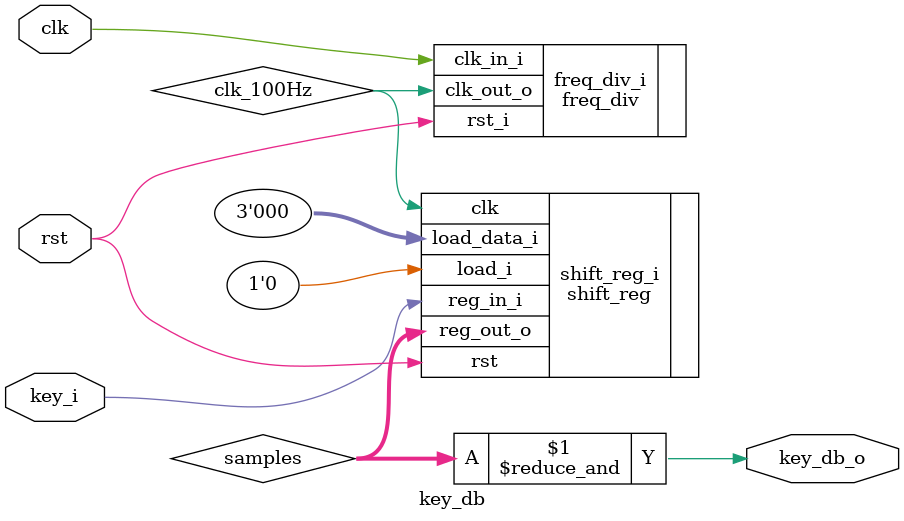
<source format=v>
`timescale 1ns/1ns

module key_db #(
    parameter RST_VALUE   = 1'b0,
    parameter CLK_FREQ_Hz = 27000000
)(
    input       clk,
    input       rst,
    input       key_i,
    output      key_db_o
);

wire clk_100Hz;

    freq_div #(
        .DIV_RATE_2N (CLK_FREQ_Hz/100)
    ) freq_div_i (
        .clk_in_i    (clk),
        .rst_i       (rst),
        .clk_out_o   (clk_100Hz)
    );

    wire [2:0] samples;    
    shift_reg #(
        .WIDTH       (3),
        .INIT_VALUE  ({3{RST_VALUE[0]}})
    ) shift_reg_i (
        .clk         (clk_100Hz),
        .rst         (rst),
        .load_i      (1'b0),
        .load_data_i (3'h0),
        .reg_in_i    (key_i),
        .reg_out_o   (samples[2:0])
    );

    assign key_db_o = RST_VALUE ? |samples[2:0] : &samples[2:0];

endmodule 
</source>
